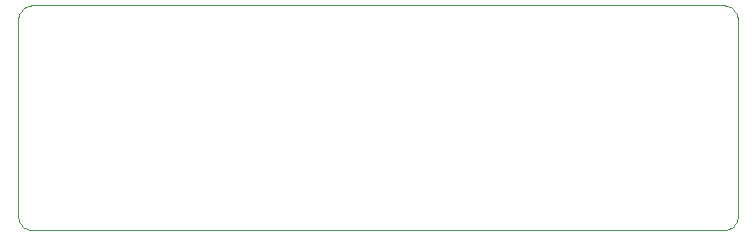
<source format=gko>
G75*
G70*
%OFA0B0*%
%FSLAX24Y24*%
%IPPOS*%
%LPD*%
%AMOC8*
5,1,8,0,0,1.08239X$1,22.5*
%
%ADD10C,0.0000*%
D10*
X002830Y003080D02*
X025830Y003080D01*
X025874Y003082D01*
X025917Y003088D01*
X025959Y003097D01*
X026001Y003110D01*
X026041Y003127D01*
X026080Y003147D01*
X026117Y003170D01*
X026151Y003197D01*
X026184Y003226D01*
X026213Y003259D01*
X026240Y003293D01*
X026263Y003330D01*
X026283Y003369D01*
X026300Y003409D01*
X026313Y003451D01*
X026322Y003493D01*
X026328Y003536D01*
X026330Y003580D01*
X026330Y010080D01*
X026328Y010124D01*
X026322Y010167D01*
X026313Y010209D01*
X026300Y010251D01*
X026283Y010291D01*
X026263Y010330D01*
X026240Y010367D01*
X026213Y010401D01*
X026184Y010434D01*
X026151Y010463D01*
X026117Y010490D01*
X026080Y010513D01*
X026041Y010533D01*
X026001Y010550D01*
X025959Y010563D01*
X025917Y010572D01*
X025874Y010578D01*
X025830Y010580D01*
X002830Y010580D01*
X002786Y010578D01*
X002743Y010572D01*
X002701Y010563D01*
X002659Y010550D01*
X002619Y010533D01*
X002580Y010513D01*
X002543Y010490D01*
X002509Y010463D01*
X002476Y010434D01*
X002447Y010401D01*
X002420Y010367D01*
X002397Y010330D01*
X002377Y010291D01*
X002360Y010251D01*
X002347Y010209D01*
X002338Y010167D01*
X002332Y010124D01*
X002330Y010080D01*
X002330Y003580D01*
X002332Y003536D01*
X002338Y003493D01*
X002347Y003451D01*
X002360Y003409D01*
X002377Y003369D01*
X002397Y003330D01*
X002420Y003293D01*
X002447Y003259D01*
X002476Y003226D01*
X002509Y003197D01*
X002543Y003170D01*
X002580Y003147D01*
X002619Y003127D01*
X002659Y003110D01*
X002701Y003097D01*
X002743Y003088D01*
X002786Y003082D01*
X002830Y003080D01*
M02*

</source>
